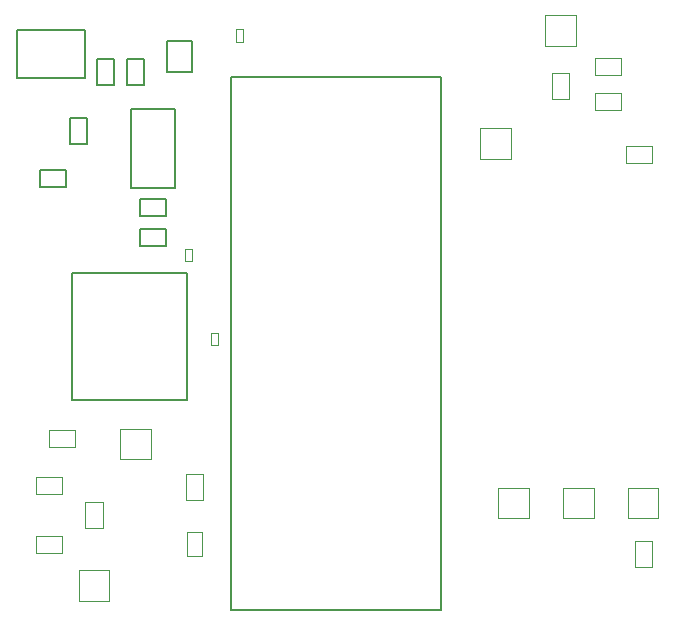
<source format=gbr>
G04*
G04 #@! TF.GenerationSoftware,Altium Limited,Altium Designer,24.6.1 (21)*
G04*
G04 Layer_Color=16711935*
%FSLAX25Y25*%
%MOIN*%
G70*
G04*
G04 #@! TF.SameCoordinates,FB6864B3-348A-4B3C-8FDE-2C751703143F*
G04*
G04*
G04 #@! TF.FilePolarity,Positive*
G04*
G01*
G75*
%ADD13C,0.00394*%
%ADD14C,0.00787*%
D13*
X64075Y119980D02*
Y124114D01*
X61910Y119980D02*
Y124114D01*
X64075D01*
X61910Y119980D02*
X64075D01*
X62106Y40256D02*
Y48917D01*
X67815Y40256D02*
Y48917D01*
X62106Y40256D02*
X67815D01*
X62106Y48917D02*
X67815D01*
X72736Y92028D02*
Y96161D01*
X70571Y92028D02*
Y96161D01*
X72736D01*
X70571Y92028D02*
X72736D01*
X181890Y201969D02*
X192126D01*
Y191732D02*
Y201969D01*
X181890Y191732D02*
Y201969D01*
Y191732D02*
X192126D01*
X198425Y182185D02*
X207087D01*
X198425Y187894D02*
X207087D01*
Y182185D02*
Y187894D01*
X198425Y182185D02*
Y187894D01*
X189862Y174114D02*
Y182776D01*
X184153Y174114D02*
Y182776D01*
X189862D01*
X184153Y174114D02*
X189862D01*
X160236Y154232D02*
Y164469D01*
X170472D01*
X160236Y154232D02*
X170472D01*
Y164469D01*
X198425Y170374D02*
X207087D01*
X198425Y176083D02*
X207087D01*
Y170374D02*
Y176083D01*
X198425Y170374D02*
Y176083D01*
X208957Y158366D02*
X217618D01*
X208957Y152657D02*
X217618D01*
X208957D02*
Y158366D01*
X217618Y152657D02*
Y158366D01*
X166240Y44488D02*
X176476D01*
Y34252D02*
Y44488D01*
X166240Y34252D02*
Y44488D01*
Y34252D02*
X176476D01*
X187795Y44488D02*
X198031D01*
Y34252D02*
Y44488D01*
X187795Y34252D02*
Y44488D01*
Y34252D02*
X198031D01*
X209350D02*
X219587D01*
X209350D02*
Y44488D01*
X219587Y34252D02*
Y44488D01*
X209350D02*
X219587D01*
X28642Y31102D02*
Y39764D01*
X34350Y31102D02*
Y39764D01*
X28642Y31102D02*
X34350D01*
X28642Y39764D02*
X34350D01*
X12106Y48130D02*
X20768D01*
X12106Y42421D02*
X20768D01*
X12106D02*
Y48130D01*
X20768Y42421D02*
Y48130D01*
X12106Y22736D02*
X20768D01*
X12106Y28445D02*
X20768D01*
Y22736D02*
Y28445D01*
X12106Y22736D02*
Y28445D01*
X16634Y58169D02*
Y63878D01*
X25295Y58169D02*
Y63878D01*
X16634D02*
X25295D01*
X16634Y58169D02*
X25295D01*
X40157Y53937D02*
Y64173D01*
X50394D01*
X40157Y53937D02*
X50394D01*
Y64173D01*
X26378Y16929D02*
X36614D01*
Y6693D02*
Y16929D01*
X26378Y6693D02*
Y16929D01*
Y6693D02*
X36614D01*
X67421Y21850D02*
Y29724D01*
Y26772D02*
Y29724D01*
X62500D02*
X67421D01*
X62500Y21850D02*
Y29724D01*
Y21850D02*
X67421D01*
X211713Y18012D02*
X217421D01*
X211713Y26673D02*
X217421D01*
X211713Y18012D02*
Y26673D01*
X217421Y18012D02*
Y26673D01*
X81004Y193209D02*
Y197343D01*
X78839Y193209D02*
Y197343D01*
X81004D01*
X78839Y193209D02*
X81004D01*
D14*
X23523Y159055D02*
Y167717D01*
X29231D01*
Y159055D02*
Y167717D01*
X23523Y159055D02*
X29231D01*
X24016Y73836D02*
X62598D01*
X24016D02*
Y115962D01*
X62598D01*
Y73836D02*
Y115962D01*
X77205Y181270D02*
X147205D01*
Y3770D02*
Y181270D01*
X77205Y3770D02*
X147205D01*
X77205D02*
Y181270D01*
X55807Y183169D02*
Y193405D01*
Y183169D02*
X64075D01*
Y193405D01*
X55807D02*
X64075D01*
X43898Y170669D02*
X58465D01*
Y144291D02*
Y170669D01*
X43898Y144291D02*
X58465D01*
X43898D02*
Y170669D01*
X42421Y178740D02*
X48130D01*
Y187402D01*
X42421D02*
X48130D01*
X42421Y178740D02*
Y187402D01*
X32579Y178740D02*
X38287D01*
Y187402D01*
X32579D02*
X38287D01*
X32579Y178740D02*
Y187402D01*
X46850Y134941D02*
X55512D01*
X46850D02*
Y140650D01*
X55512D01*
Y134941D02*
Y140650D01*
X13386Y144783D02*
X22047D01*
X13386D02*
Y150492D01*
X22047D01*
Y144783D02*
Y150492D01*
X5903Y181004D02*
X28541D01*
X5903D02*
Y196949D01*
X28541D01*
Y181004D02*
Y196949D01*
X46850Y125098D02*
X55512D01*
X46850D02*
Y130807D01*
X55512D01*
Y125098D02*
Y130807D01*
M02*

</source>
